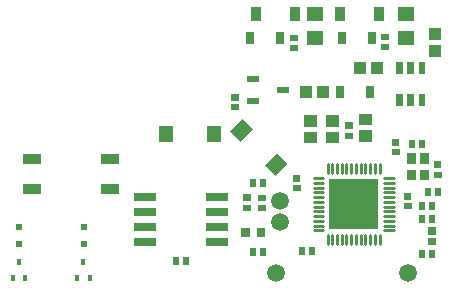
<source format=gtp>
G04 Layer: TopPasteMaskLayer*
G04 EasyEDA v6.3.22, 2020-02-03T21:01:26+03:00*
G04 c6d23c78c2874b16bdfd2071edabb350,ca54920fb7ea4c169f3d1b618bee327e,10*
G04 Gerber Generator version 0.2*
G04 Scale: 100 percent, Rotated: No, Reflected: No *
G04 Dimensions in inches *
G04 leading zeros omitted , absolute positions ,2 integer and 4 decimal *
%FSLAX24Y24*%
%MOIN*%
G90*
G70D02*

%ADD17C,0.008661*%
%ADD20R,0.025590X0.023620*%
%ADD21R,0.023620X0.025590*%
%ADD23R,0.050000X0.057900*%
%ADD26R,0.043307X0.039370*%
%ADD27C,0.059055*%
%ADD28R,0.043000X0.024000*%
%ADD29R,0.059055X0.032000*%
%ADD30R,0.020000X0.024000*%
%ADD31R,0.014173X0.020866*%
%ADD32R,0.057087X0.045670*%
%ADD33R,0.035800X0.048000*%
%ADD34R,0.031496X0.039370*%
%ADD35R,0.039370X0.043307*%

%LPD*%
G54D17*
G01X10984Y2022D02*
G01X10984Y1715D01*
G01X11141Y2022D02*
G01X11141Y1715D01*
G01X11298Y2022D02*
G01X11298Y1715D01*
G01X11456Y2022D02*
G01X11456Y1715D01*
G01X11613Y2022D02*
G01X11613Y1715D01*
G01X11771Y2022D02*
G01X11771Y1715D01*
G01X11928Y2022D02*
G01X11928Y1715D01*
G01X12086Y2022D02*
G01X12086Y1715D01*
G01X12243Y2022D02*
G01X12243Y1715D01*
G01X12401Y2022D02*
G01X12401Y1715D01*
G01X12558Y2022D02*
G01X12558Y1715D01*
G01X12716Y2022D02*
G01X12716Y1715D01*
G01X12716Y4077D02*
G01X12716Y4384D01*
G01X12558Y4077D02*
G01X12558Y4384D01*
G01X12401Y4077D02*
G01X12401Y4384D01*
G01X12243Y4077D02*
G01X12243Y4384D01*
G01X12086Y4077D02*
G01X12086Y4384D01*
G01X11928Y4077D02*
G01X11928Y4384D01*
G01X11771Y4077D02*
G01X11771Y4384D01*
G01X11613Y4077D02*
G01X11613Y4384D01*
G01X11456Y4077D02*
G01X11456Y4384D01*
G01X11298Y4077D02*
G01X11298Y4384D01*
G01X11141Y4077D02*
G01X11141Y4384D01*
G01X10984Y4077D02*
G01X10984Y4384D01*
G01X12877Y3916D02*
G01X13184Y3916D01*
G01X12877Y3758D02*
G01X13184Y3758D01*
G01X12877Y3601D02*
G01X13184Y3601D01*
G01X12877Y3443D02*
G01X13184Y3443D01*
G01X12877Y3286D02*
G01X13184Y3286D01*
G01X12877Y3128D02*
G01X13184Y3128D01*
G01X12877Y2971D02*
G01X13184Y2971D01*
G01X12877Y2813D02*
G01X13184Y2813D01*
G01X12877Y2656D02*
G01X13184Y2656D01*
G01X12877Y2498D02*
G01X13184Y2498D01*
G01X12877Y2341D02*
G01X13184Y2341D01*
G01X12877Y2183D02*
G01X13184Y2183D01*
G01X10822Y2183D02*
G01X10515Y2183D01*
G01X10822Y2341D02*
G01X10515Y2341D01*
G01X10822Y2498D02*
G01X10515Y2498D01*
G01X10822Y2656D02*
G01X10515Y2656D01*
G01X10822Y2813D02*
G01X10515Y2813D01*
G01X10822Y2971D02*
G01X10515Y2971D01*
G01X10822Y3128D02*
G01X10515Y3128D01*
G01X10822Y3286D02*
G01X10515Y3286D01*
G01X10822Y3443D02*
G01X10515Y3443D01*
G01X10822Y3601D02*
G01X10515Y3601D01*
G01X10822Y3758D02*
G01X10515Y3758D01*
G01X10822Y3916D02*
G01X10515Y3916D01*
G36*
G01X13942Y4748D02*
G01X13942Y4394D01*
G01X13627Y4394D01*
G01X13627Y4748D01*
G01X13942Y4748D01*
G37*
G36*
G01X13942Y4201D02*
G01X13942Y3846D01*
G01X13627Y3846D01*
G01X13627Y4201D01*
G01X13942Y4201D01*
G37*
G36*
G01X14372Y4201D02*
G01X14372Y3846D01*
G01X14056Y3846D01*
G01X14056Y4201D01*
G01X14372Y4201D01*
G37*
G36*
G01X14372Y4753D02*
G01X14372Y4398D01*
G01X14057Y4398D01*
G01X14057Y4753D01*
G01X14372Y4753D01*
G37*
G54D20*
G01X14650Y4032D03*
G36*
G01X14777Y4484D02*
G01X14777Y4248D01*
G01X14522Y4248D01*
G01X14522Y4484D01*
G01X14777Y4484D01*
G37*
G36*
G01X13522Y3198D02*
G01X13522Y3434D01*
G01X13777Y3434D01*
G01X13777Y3198D01*
G01X13522Y3198D01*
G37*
G01X13650Y2982D03*
G54D21*
G01X14667Y3450D03*
G01X14332Y3450D03*
G54D20*
G01X11700Y5332D03*
G36*
G01X11827Y5784D02*
G01X11827Y5548D01*
G01X11572Y5548D01*
G01X11572Y5784D01*
G01X11827Y5784D01*
G37*
G54D21*
G01X13782Y5050D03*
G01X14117Y5050D03*
G36*
G01X13122Y4998D02*
G01X13122Y5234D01*
G01X13377Y5234D01*
G01X13377Y4998D01*
G01X13122Y4998D01*
G37*
G54D20*
G01X13250Y4782D03*
G54D21*
G01X10132Y1500D03*
G01X10467Y1500D03*
G36*
G01X9822Y3798D02*
G01X9822Y4034D01*
G01X10077Y4034D01*
G01X10077Y3798D01*
G01X9822Y3798D01*
G37*
G54D20*
G01X9950Y3582D03*
G54D21*
G01X14130Y2980D03*
G01X14464Y2980D03*
G36*
G01X5253Y3438D02*
G01X5253Y3161D01*
G01X4546Y3161D01*
G01X4546Y3438D01*
G01X5253Y3438D01*
G37*
G36*
G01X5253Y2938D02*
G01X5253Y2661D01*
G01X4546Y2661D01*
G01X4546Y2938D01*
G01X5253Y2938D01*
G37*
G36*
G01X5253Y2438D02*
G01X5253Y2161D01*
G01X4546Y2161D01*
G01X4546Y2438D01*
G01X5253Y2438D01*
G37*
G36*
G01X5253Y1938D02*
G01X5253Y1661D01*
G01X4546Y1661D01*
G01X4546Y1938D01*
G01X5253Y1938D01*
G37*
G36*
G01X7653Y1938D02*
G01X7653Y1661D01*
G01X6946Y1661D01*
G01X6946Y1938D01*
G01X7653Y1938D01*
G37*
G36*
G01X7653Y2438D02*
G01X7653Y2161D01*
G01X6946Y2161D01*
G01X6946Y2438D01*
G01X7653Y2438D01*
G37*
G36*
G01X7653Y2938D02*
G01X7653Y2661D01*
G01X6946Y2661D01*
G01X6946Y2938D01*
G01X7653Y2938D01*
G37*
G36*
G01X7653Y3438D02*
G01X7653Y3161D01*
G01X6946Y3161D01*
G01X6946Y3438D01*
G01X7653Y3438D01*
G37*
G36*
G01X8155Y5903D02*
G01X8509Y5551D01*
G01X8098Y5140D01*
G01X7746Y5494D01*
G01X8155Y5903D01*
G37*
G36*
G01X9301Y4759D02*
G01X9653Y4405D01*
G01X9244Y3996D01*
G01X8890Y4348D01*
G01X9301Y4759D01*
G37*
G01X5932Y1150D03*
G01X6267Y1150D03*
G54D23*
G01X5589Y5399D03*
G01X7210Y5399D03*
G54D21*
G01X8482Y3750D03*
G01X8817Y3750D03*
G36*
G01X8913Y1942D02*
G01X8617Y1942D01*
G01X8617Y2257D01*
G01X8913Y2257D01*
G01X8913Y1942D01*
G37*
G36*
G01X8382Y1942D02*
G01X8086Y1942D01*
G01X8086Y2257D01*
G01X8382Y2257D01*
G01X8382Y1942D01*
G37*
G01X8817Y1450D03*
G01X8482Y1450D03*
G54D20*
G01X7900Y6282D03*
G36*
G01X8027Y6734D02*
G01X8027Y6498D01*
G01X7772Y6498D01*
G01X7772Y6734D01*
G01X8027Y6734D01*
G37*
G01X8300Y2932D03*
G36*
G01X8427Y3384D02*
G01X8427Y3148D01*
G01X8172Y3148D01*
G01X8172Y3384D01*
G01X8427Y3384D01*
G37*
G36*
G01X11023Y3876D02*
G01X12677Y3876D01*
G01X12677Y2223D01*
G01X11023Y2223D01*
G01X11023Y3876D01*
G37*
G36*
G01X10617Y6021D02*
G01X10617Y5628D01*
G01X10182Y5628D01*
G01X10182Y6021D01*
G01X10617Y6021D01*
G37*
G36*
G01X10617Y5471D02*
G01X10617Y5078D01*
G01X10182Y5078D01*
G01X10182Y5471D01*
G01X10617Y5471D01*
G37*
G36*
G01X12032Y5128D02*
G01X12032Y5521D01*
G01X12467Y5521D01*
G01X12467Y5128D01*
G01X12032Y5128D01*
G37*
G36*
G01X12032Y5678D02*
G01X12032Y6071D01*
G01X12467Y6071D01*
G01X12467Y5678D01*
G01X12032Y5678D01*
G37*
G36*
G01X10932Y5078D02*
G01X10932Y5471D01*
G01X11367Y5471D01*
G01X11367Y5078D01*
G01X10932Y5078D01*
G37*
G36*
G01X10932Y5628D02*
G01X10932Y6021D01*
G01X11367Y6021D01*
G01X11367Y5628D01*
G01X10932Y5628D01*
G37*
G36*
G01X14342Y2038D02*
G01X14342Y2275D01*
G01X14597Y2275D01*
G01X14597Y2038D01*
G01X14342Y2038D01*
G37*
G36*
G01X14342Y1705D02*
G01X14342Y1940D01*
G01X14597Y1940D01*
G01X14597Y1705D01*
G01X14342Y1705D01*
G37*
G54D27*
G01X9400Y2450D03*
G01X9400Y3150D03*
G01X9250Y750D03*
G01X13650Y750D03*
G54D21*
G01X14467Y2550D03*
G01X14132Y2550D03*
G01X14122Y1400D03*
G01X14456Y1400D03*
G54D28*
G01X9510Y6850D03*
G01X8489Y6480D03*
G01X8489Y7219D03*
G54D29*
G01X1119Y4557D03*
G01X1119Y3542D03*
G01X3718Y3542D03*
G01X3718Y4557D03*
G54D30*
G01X2850Y2280D03*
G01X2850Y1719D03*
G01X700Y2280D03*
G01X700Y1719D03*
G54D31*
G01X2846Y1118D03*
G01X2647Y581D03*
G01X3052Y582D03*
G01X696Y1118D03*
G01X497Y581D03*
G01X902Y582D03*
G54D20*
G01X9850Y8596D03*
G01X9850Y8263D03*
G01X12900Y8617D03*
G01X12900Y8282D03*
G54D26*
G01X14550Y8725D03*
G01X14550Y8174D03*
G54D32*
G01X13600Y8600D03*
G01X13600Y9400D03*
G54D33*
G01X8610Y9400D03*
G01X9889Y9400D03*
G01X11410Y9400D03*
G01X12689Y9400D03*
G54D34*
G01X8400Y8600D03*
G01X9400Y8600D03*
G01X11450Y8600D03*
G01X12450Y8600D03*
G54D20*
G01X8800Y3267D03*
G01X8800Y2932D03*
G54D35*
G01X12625Y7600D03*
G01X12074Y7600D03*
G54D32*
G01X10550Y8600D03*
G01X10550Y9400D03*
G54D35*
G01X10825Y6800D03*
G01X10274Y6800D03*
G54D34*
G01X12400Y6799D03*
G01X11400Y6799D03*
G36*
G01X14231Y7778D02*
G01X14231Y7384D01*
G01X14015Y7384D01*
G01X14015Y7778D01*
G01X14231Y7778D01*
G37*
G36*
G01X13857Y7778D02*
G01X13857Y7384D01*
G01X13642Y7384D01*
G01X13642Y7778D01*
G01X13857Y7778D01*
G37*
G36*
G01X13484Y7778D02*
G01X13484Y7384D01*
G01X13268Y7384D01*
G01X13268Y7778D01*
G01X13484Y7778D01*
G37*
G36*
G01X13484Y6715D02*
G01X13484Y6321D01*
G01X13268Y6321D01*
G01X13268Y6715D01*
G01X13484Y6715D01*
G37*
G36*
G01X14231Y6715D02*
G01X14231Y6321D01*
G01X14015Y6321D01*
G01X14015Y6715D01*
G01X14231Y6715D01*
G37*
G36*
G01X13857Y6715D02*
G01X13857Y6321D01*
G01X13642Y6321D01*
G01X13642Y6715D01*
G01X13857Y6715D01*
G37*
M00*
M02*

</source>
